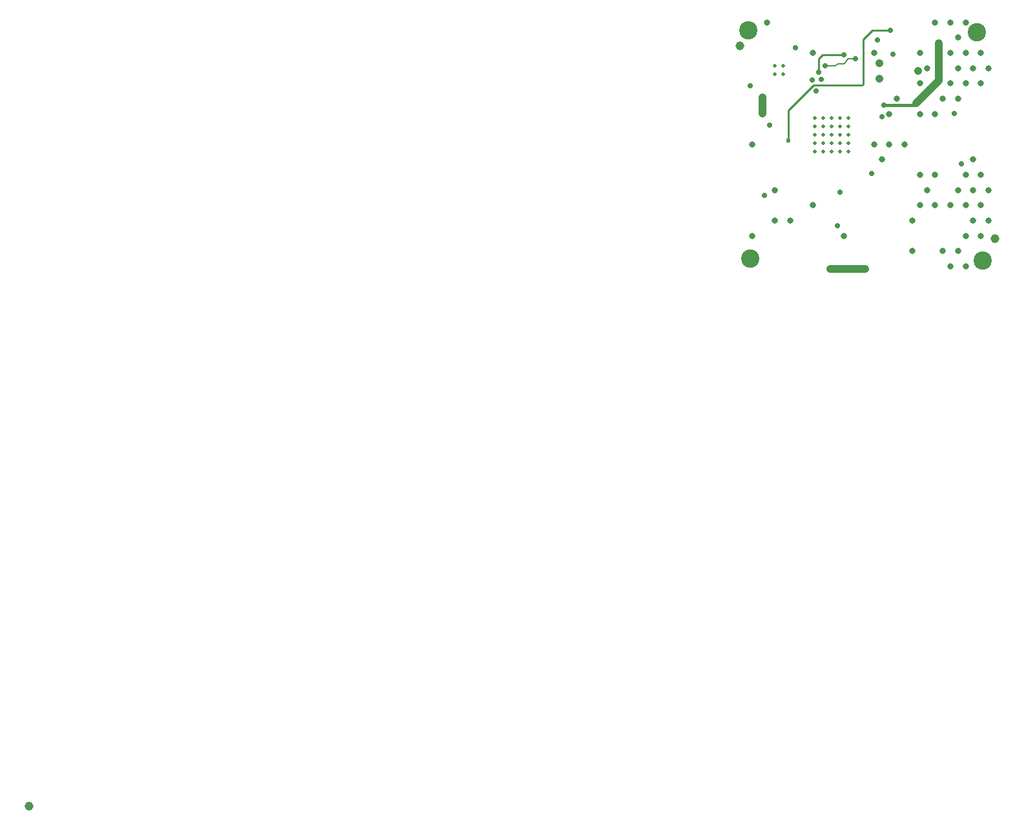
<source format=gbr>
%TF.GenerationSoftware,Altium Limited,Altium Designer,24.4.1 (13)*%
G04 Layer_Physical_Order=4*
G04 Layer_Color=16711680*
%FSLAX45Y45*%
%MOMM*%
%TF.SameCoordinates,9860FC65-6E59-49BE-95FE-00A45DA03842*%
%TF.FilePolarity,Positive*%
%TF.FileFunction,Copper,L4,Bot,Signal*%
%TF.Part,Single*%
G01*
G75*
%TA.AperFunction,Conductor*%
%ADD12C,0.25000*%
%ADD13C,0.40000*%
%ADD38C,1.00000*%
%ADD40C,0.20000*%
%TA.AperFunction,ViaPad*%
%ADD42C,1.15200*%
%TA.AperFunction,ComponentPad*%
%ADD43C,1.06700*%
%TA.AperFunction,ViaPad*%
%ADD44C,2.40000*%
%ADD45C,0.80000*%
%ADD46C,0.70000*%
%ADD47C,0.60000*%
%ADD48C,0.50000*%
D12*
X1682855Y2480000D02*
X1697500Y2494645D01*
X712500Y2145000D02*
X1047500Y2480000D01*
X1697500Y2494645D02*
Y3080000D01*
X1047500Y2480000D02*
X1682855D01*
X1162500Y2875000D02*
X1437500D01*
X1112500Y2825000D02*
X1162500Y2875000D01*
X1112500Y2650000D02*
Y2825000D01*
X1817500Y3200000D02*
X2047500D01*
X1697500Y3080000D02*
X1817500Y3200000D01*
X712500Y1750000D02*
Y2145000D01*
D13*
X1970000Y2217500D02*
X2367500D01*
X2390000Y2240000D01*
D38*
X2685000Y2535000D02*
Y3027500D01*
X2390000Y2240000D02*
X2685000Y2535000D01*
X372500Y2102500D02*
Y2317097D01*
X1260000Y62500D02*
X1722500D01*
D40*
X1439485Y2760000D02*
X1504485Y2825000D01*
X1595000D01*
X1362500Y2760000D02*
X1439485D01*
X1335000Y2732500D02*
X1362500Y2760000D01*
X1195000Y2732500D02*
X1335000D01*
D42*
X3425000Y465000D02*
D03*
X75000Y2995000D02*
D03*
X-9247300Y-6984800D02*
D03*
D43*
X1910500Y2763100D02*
D03*
Y2559900D02*
D03*
X2418500Y2661500D02*
D03*
D44*
X3262500Y175000D02*
D03*
X212500Y200000D02*
D03*
X3187500Y3175000D02*
D03*
X187500Y3200000D02*
D03*
D45*
X3237507Y2900005D02*
D03*
X3337507Y2700005D02*
D03*
X3237507Y2500005D02*
D03*
Y1300005D02*
D03*
X3337507Y1100004D02*
D03*
X3237507Y900004D02*
D03*
X3337507Y700004D02*
D03*
X3237507Y500004D02*
D03*
X3037507Y3300006D02*
D03*
Y2900005D02*
D03*
X3137507Y2700005D02*
D03*
X3037507Y2500005D02*
D03*
X3137507Y1500005D02*
D03*
X3037507Y1300005D02*
D03*
X3137507Y1100004D02*
D03*
X3037507Y900004D02*
D03*
X3137507Y700004D02*
D03*
X3037507Y500004D02*
D03*
Y100004D02*
D03*
X2837507Y3300006D02*
D03*
X2937507Y3100005D02*
D03*
X2837507Y2900005D02*
D03*
X2937507Y2700005D02*
D03*
X2837507Y2500005D02*
D03*
X2937507Y2300005D02*
D03*
Y1100004D02*
D03*
X2837507Y900004D02*
D03*
X2937507Y300004D02*
D03*
X2837507Y100004D02*
D03*
X2637507Y3300006D02*
D03*
X2737507Y2300005D02*
D03*
X2637507Y2100005D02*
D03*
Y1300005D02*
D03*
Y900004D02*
D03*
X2737507Y300004D02*
D03*
X2437506Y2900005D02*
D03*
X2537506Y2700005D02*
D03*
X2437506Y2500005D02*
D03*
Y2100005D02*
D03*
Y1300005D02*
D03*
X2537506Y1100004D02*
D03*
X2437506Y900004D02*
D03*
X2237506Y1700005D02*
D03*
X2337506Y700004D02*
D03*
Y300004D02*
D03*
X2137506Y2300005D02*
D03*
X2037506Y2100005D02*
D03*
Y1700005D02*
D03*
X1837506Y2900005D02*
D03*
Y1700005D02*
D03*
X1937506Y1500005D02*
D03*
X1437506Y500004D02*
D03*
X1037506Y2900005D02*
D03*
Y900004D02*
D03*
X737506Y700004D02*
D03*
X437505Y3300006D02*
D03*
X537505Y1100004D02*
D03*
Y700004D02*
D03*
X237505Y1700005D02*
D03*
Y500004D02*
D03*
D46*
X470000Y1950556D02*
D03*
X1077500Y2405000D02*
D03*
X1022500Y2548056D02*
D03*
X1807500Y1315000D02*
D03*
X1940000Y2062500D02*
D03*
X805000Y2965000D02*
D03*
X399500Y1027459D02*
D03*
X2689500Y3027459D02*
D03*
X1970000Y2217500D02*
D03*
X374500Y2319959D02*
D03*
X214499Y2469959D02*
D03*
X372500Y2102500D02*
D03*
X1437500Y2875000D02*
D03*
X1195000Y2732500D02*
D03*
X1595000Y2825000D02*
D03*
X1260000Y62500D02*
D03*
X1722500D02*
D03*
X1392500Y1070000D02*
D03*
X1352500Y632500D02*
D03*
X2980000Y1442500D02*
D03*
X2890000Y2105000D02*
D03*
X2087500Y2885000D02*
D03*
X1885000Y3067500D02*
D03*
X1145000Y2550000D02*
D03*
X2047500Y3200000D02*
D03*
X1112500Y2650000D02*
D03*
D47*
X712500Y1750000D02*
D03*
D48*
X1497500Y1605000D02*
D03*
X1387500D02*
D03*
X1277500D02*
D03*
X1167500D02*
D03*
X1057500D02*
D03*
X1497500Y1715000D02*
D03*
X1387500D02*
D03*
X1277500D02*
D03*
X1167500D02*
D03*
X1057500D02*
D03*
X1497500Y1825000D02*
D03*
X1387500D02*
D03*
X1277500D02*
D03*
X1167500D02*
D03*
X1057500D02*
D03*
X1497500Y1935000D02*
D03*
X1387500D02*
D03*
X1277500D02*
D03*
X1167500D02*
D03*
X1057500D02*
D03*
X1497500Y2045000D02*
D03*
X1387500D02*
D03*
X1277500D02*
D03*
X1167500D02*
D03*
X1057500D02*
D03*
X642500Y2730000D02*
D03*
Y2620000D02*
D03*
X532500D02*
D03*
Y2730000D02*
D03*
%TF.MD5,dfa7c3116352051b3aa9b179d9b83c66*%
M02*

</source>
